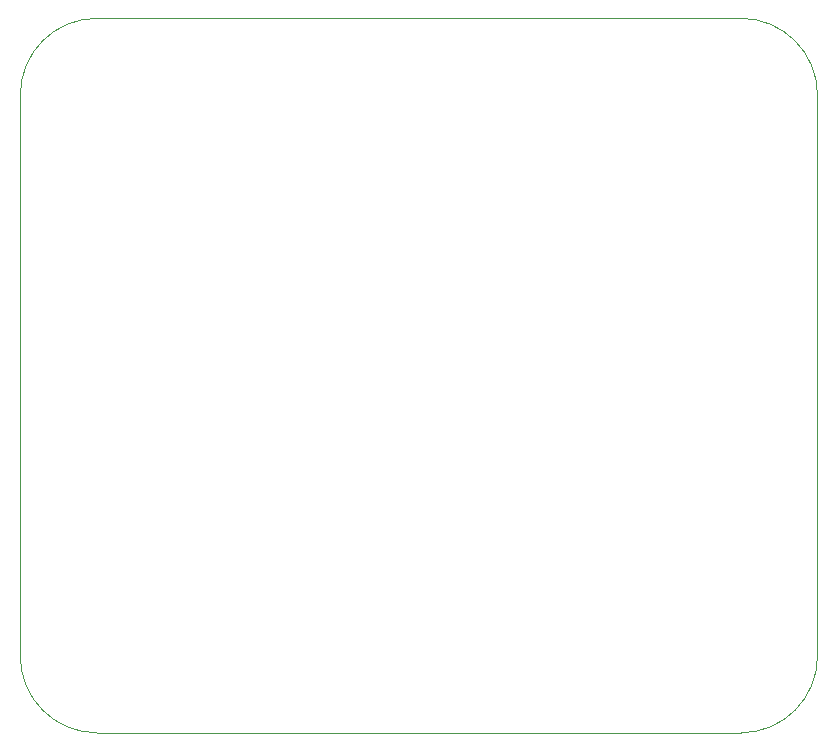
<source format=gm1>
G04 #@! TF.GenerationSoftware,KiCad,Pcbnew,8.0.5-8.0.5-0~ubuntu24.04.1*
G04 #@! TF.CreationDate,2024-09-30T22:34:35+02:00*
G04 #@! TF.ProjectId,ESP32-C3_LED_driver_PCB,45535033-322d-4433-935f-4c45445f6472,v1.0*
G04 #@! TF.SameCoordinates,Original*
G04 #@! TF.FileFunction,Profile,NP*
%FSLAX46Y46*%
G04 Gerber Fmt 4.6, Leading zero omitted, Abs format (unit mm)*
G04 Created by KiCad (PCBNEW 8.0.5-8.0.5-0~ubuntu24.04.1) date 2024-09-30 22:34:35*
%MOMM*%
%LPD*%
G01*
G04 APERTURE LIST*
G04 #@! TA.AperFunction,Profile*
%ADD10C,0.050000*%
G04 #@! TD*
G04 APERTURE END LIST*
D10*
X100500000Y-67000000D02*
X100500000Y-114500000D01*
X161500000Y-60500000D02*
X107000000Y-60500000D01*
X168000000Y-114500000D02*
X168000000Y-67000000D01*
X107000000Y-121000000D02*
X161500000Y-121000000D01*
X100500000Y-67000000D02*
G75*
G02*
X107000000Y-60500000I6500000J0D01*
G01*
X107000000Y-121000000D02*
G75*
G02*
X100500000Y-114500000I0J6500000D01*
G01*
X168000000Y-114500000D02*
G75*
G02*
X161500000Y-121000000I-6500000J0D01*
G01*
X161500000Y-60500000D02*
G75*
G02*
X168000000Y-67000000I0J-6500000D01*
G01*
M02*

</source>
